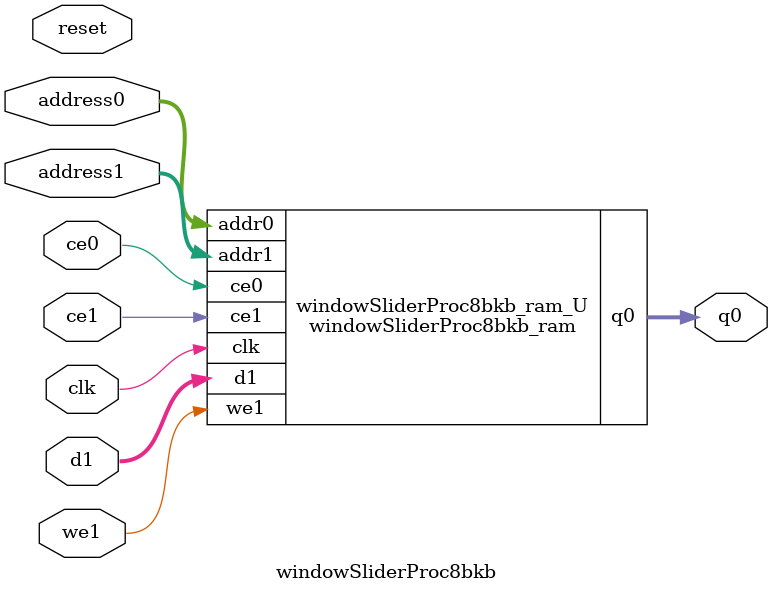
<source format=v>
`timescale 1 ns / 1 ps
module windowSliderProc8bkb_ram (addr0, ce0, q0, addr1, ce1, d1, we1,  clk);

parameter DWIDTH = 8;
parameter AWIDTH = 10;
parameter MEM_SIZE = 640;

input[AWIDTH-1:0] addr0;
input ce0;
output wire[DWIDTH-1:0] q0;
input[AWIDTH-1:0] addr1;
input ce1;
input[DWIDTH-1:0] d1;
input we1;
input clk;

(* ram_style = "block" *)reg [DWIDTH-1:0] ram[0:MEM_SIZE-1];
reg [DWIDTH-1:0] q0_t0;
reg [DWIDTH-1:0] q0_t1;


assign q0 = q0_t1;

always @(posedge clk)  
begin
    if (ce0) 
    begin
        q0_t1 <= q0_t0;
    end
end


always @(posedge clk)  
begin 
    if (ce0) 
    begin
        q0_t0 <= ram[addr0];
    end
end


always @(posedge clk)  
begin 
    if (ce1) 
    begin
        if (we1) 
        begin 
            ram[addr1] <= d1; 
        end 
    end
end


endmodule

`timescale 1 ns / 1 ps
module windowSliderProc8bkb(
    reset,
    clk,
    address0,
    ce0,
    q0,
    address1,
    ce1,
    we1,
    d1);

parameter DataWidth = 32'd8;
parameter AddressRange = 32'd640;
parameter AddressWidth = 32'd10;
input reset;
input clk;
input[AddressWidth - 1:0] address0;
input ce0;
output[DataWidth - 1:0] q0;
input[AddressWidth - 1:0] address1;
input ce1;
input we1;
input[DataWidth - 1:0] d1;



windowSliderProc8bkb_ram windowSliderProc8bkb_ram_U(
    .clk( clk ),
    .addr0( address0 ),
    .ce0( ce0 ),
    .q0( q0 ),
    .addr1( address1 ),
    .ce1( ce1 ),
    .we1( we1 ),
    .d1( d1 ));

endmodule


</source>
